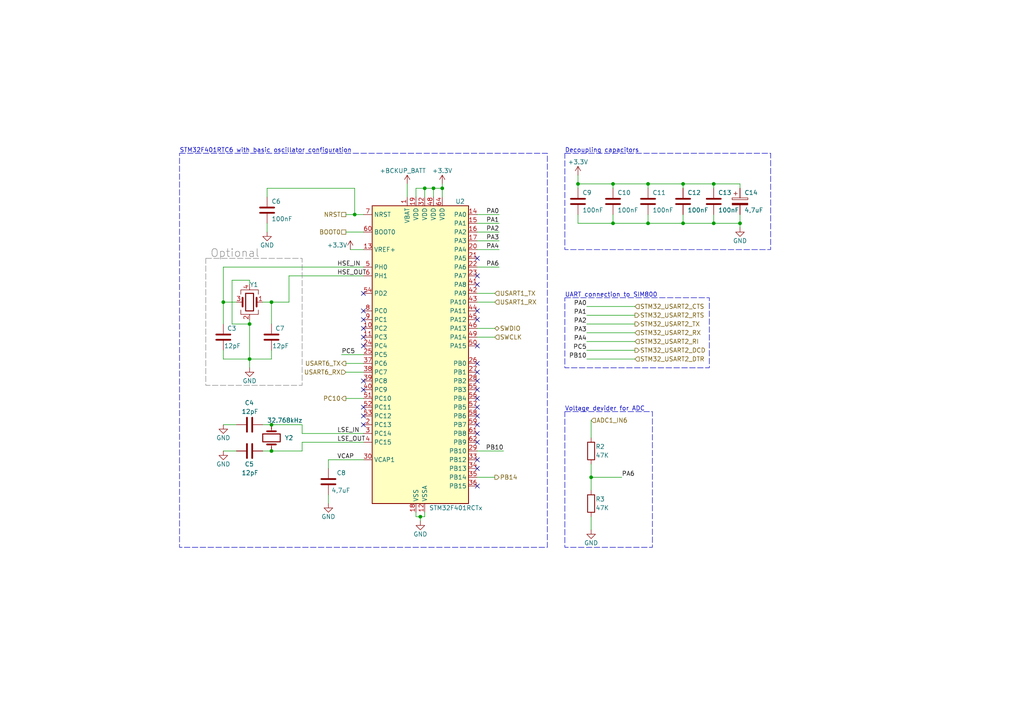
<source format=kicad_sch>
(kicad_sch (version 20231120) (generator "eeschema") (generator_version "8.0")
  (paper "A4")
  (title_block (title "TSTracker") (date "2023-11-01") (rev "1"))
  (lib_symbols
    (symbol "Device:C" (pin_numbers hide) (pin_names (offset 0.254))
      (property "Reference" "C" (at 0.635 2.54 0))
      (property "Value" "C" (at 0.635 -2.54 0))
      (symbol "C_0_1"
        (polyline (pts (xy -2.032 -0.762) (xy 2.032 -0.762)) (stroke (width 0.508)))
        (polyline (pts (xy -2.032 0.762) (xy 2.032 0.762)) (stroke (width 0.508)))
      )
      (symbol "C_1_1"
        (pin passive line (at 0 3.81 270) (length 2.794) (name "~") (number "1"))
        (pin passive line (at 0 -3.81 90) (length 2.794) (name "~") (number "2"))
      )
    )
    (symbol "Device:C_Polarized" (pin_numbers hide) (pin_names (offset 0.254))
      (property "Reference" "C" (at 0.635 2.54 0))
      (property "Value" "C_Polarized" (at 0.635 -2.54 0))
      (symbol "C_Polarized_0_1"
        (rectangle (start -2.286 0.508) (end 2.286 1.016))
        (polyline (pts (xy -1.778 2.286) (xy -0.762 2.286)))
        (polyline (pts (xy -1.27 2.794) (xy -1.27 1.778)))
        (rectangle (start 2.286 -0.508) (end -2.286 -1.016) (fill (type outline)))
      )
      (symbol "C_Polarized_1_1"
        (pin passive line (at 0 3.81 270) (length 2.794) (name "~") (number "1"))
        (pin passive line (at 0 -3.81 90) (length 2.794) (name "~") (number "2"))
      )
    )
    (symbol "Device:Crystal" (pin_numbers hide) (pin_names (offset 1.016) hide)
      (property "Reference" "Y" (at 0 3.81 0))
      (property "Value" "Crystal" (at 0 -3.81 0))
      (symbol "Crystal_0_1"
        (rectangle (start -1.143 2.54) (end 1.143 -2.54) (stroke (width 0.3048)))
        (polyline (pts (xy -2.54 0) (xy -1.905 0)))
        (polyline (pts (xy -1.905 -1.27) (xy -1.905 1.27)) (stroke (width 0.508)))
        (polyline (pts (xy 1.905 -1.27) (xy 1.905 1.27)) (stroke (width 0.508)))
        (polyline (pts (xy 2.54 0) (xy 1.905 0)))
      )
      (symbol "Crystal_1_1"
        (pin passive line (at -3.81 0 0) (length 1.27) (name "1") (number "1"))
        (pin passive line (at 3.81 0 180) (length 1.27) (name "2") (number "2"))
      )
    )
    (symbol "Device:Crystal_GND24" (pin_names (offset 1.016) hide)
      (property "Reference" "Y" (at 3.175 5.08 0))
      (property "Value" "Crystal_GND24" (at 3.175 3.175 0))
      (symbol "Crystal_GND24_0_1"
        (rectangle (start -1.143 2.54) (end 1.143 -2.54) (stroke (width 0.3048)))
        (polyline (pts (xy -2.54 0) (xy -2.032 0)))
        (polyline (pts (xy -2.032 -1.27) (xy -2.032 1.27)) (stroke (width 0.508)))
        (polyline (pts (xy 0 -3.81) (xy 0 -3.556)))
        (polyline (pts (xy 0 3.556) (xy 0 3.81)))
        (polyline (pts (xy 2.032 -1.27) (xy 2.032 1.27)) (stroke (width 0.508)))
        (polyline (pts (xy 2.032 0) (xy 2.54 0)))
        (polyline (pts (xy -2.54 -2.286) (xy -2.54 -3.556) (xy 2.54 -3.556) (xy 2.54 -2.286)))
        (polyline (pts (xy -2.54 2.286) (xy -2.54 3.556) (xy 2.54 3.556) (xy 2.54 2.286)))
      )
      (symbol "Crystal_GND24_1_1"
        (pin passive line (at -3.81 0 0) (length 1.27) (name "1") (number "1"))
        (pin passive line (at 0 5.08 270) (length 1.27) (name "2") (number "2"))
        (pin passive line (at 3.81 0 180) (length 1.27) (name "3") (number "3"))
        (pin passive line (at 0 -5.08 90) (length 1.27) (name "4") (number "4"))
      )
    )
    (symbol "Device:R" (pin_numbers hide) (pin_names (offset 0))
      (property "Reference" "R" (at 2.032 0 90))
      (property "Value" "R" (at 0 0 90))
      (symbol "R_0_1"
        (rectangle (start -1.016 -2.54) (end 1.016 2.54) (stroke (width 0.254)))
      )
      (symbol "R_1_1"
        (pin passive line (at 0 3.81 270) (length 1.27) (name "~") (number "1"))
        (pin passive line (at 0 -3.81 90) (length 1.27) (name "~") (number "2"))
      )
    )
    (symbol "MCU_ST_STM32F4:STM32F401RCTx"
      (property "Reference" "U" (at -12.7 44.45 0))
      (property "Value" "STM32F401RCTx" (at 10.16 44.45 0))
      (symbol "STM32F401RCTx_0_1"
        (rectangle (start -12.7 -43.18) (end 15.24 43.18) (stroke (width 0.254)) (fill (type background)))
      )
      (symbol "STM32F401RCTx_1_1"
        (pin power_in line (at -2.54 45.72 270) (length 2.54) (name "VBAT") (number "1"))
        (pin bidirectional line (at -15.24 7.62 0) (length 2.54) (name "PC2") (number "10"))
        (pin bidirectional line (at -15.24 5.08 0) (length 2.54) (name "PC3") (number "11"))
        (pin power_in line (at 2.54 -45.72 90) (length 2.54) (name "VSSA") (number "12"))
        (pin input line (at -15.24 30.48 0) (length 2.54) (name "VREF+") (number "13"))
        (pin bidirectional line (at 17.78 40.64 180) (length 2.54) (name "PA0") (number "14"))
        (pin bidirectional line (at 17.78 38.1 180) (length 2.54) (name "PA1") (number "15"))
        (pin bidirectional line (at 17.78 35.56 180) (length 2.54) (name "PA2") (number "16"))
        (pin bidirectional line (at 17.78 33.02 180) (length 2.54) (name "PA3") (number "17"))
        (pin power_in line (at 0 -45.72 90) (length 2.54) (name "VSS") (number "18"))
        (pin power_in line (at 0 45.72 270) (length 2.54) (name "VDD") (number "19"))
        (pin bidirectional line (at -15.24 -20.32 0) (length 2.54) (name "PC13") (number "2"))
        (pin bidirectional line (at 17.78 30.48 180) (length 2.54) (name "PA4") (number "20"))
        (pin bidirectional line (at 17.78 27.94 180) (length 2.54) (name "PA5") (number "21"))
        (pin bidirectional line (at 17.78 25.4 180) (length 2.54) (name "PA6") (number "22"))
        (pin bidirectional line (at 17.78 22.86 180) (length 2.54) (name "PA7") (number "23"))
        (pin bidirectional line (at -15.24 2.54 0) (length 2.54) (name "PC4") (number "24"))
        (pin bidirectional line (at -15.24 0 0) (length 2.54) (name "PC5") (number "25"))
        (pin bidirectional line (at 17.78 -2.54 180) (length 2.54) (name "PB0") (number "26"))
        (pin bidirectional line (at 17.78 -5.08 180) (length 2.54) (name "PB1") (number "27"))
        (pin bidirectional line (at 17.78 -7.62 180) (length 2.54) (name "PB2") (number "28"))
        (pin bidirectional line (at 17.78 -27.94 180) (length 2.54) (name "PB10") (number "29"))
        (pin bidirectional line (at -15.24 -22.86 0) (length 2.54) (name "PC14") (number "3"))
        (pin power_out line (at -15.24 -30.48 0) (length 2.54) (name "VCAP1") (number "30"))
        (pin passive line (at 0 -45.72 90) (length 2.54) hide (name "VSS") (number "31"))
        (pin power_in line (at 2.54 45.72 270) (length 2.54) (name "VDD") (number "32"))
        (pin bidirectional line (at 17.78 -30.48 180) (length 2.54) (name "PB12") (number "33"))
        (pin bidirectional line (at 17.78 -33.02 180) (length 2.54) (name "PB13") (number "34"))
        (pin bidirectional line (at 17.78 -35.56 180) (length 2.54) (name "PB14") (number "35"))
        (pin bidirectional line (at 17.78 -38.1 180) (length 2.54) (name "PB15") (number "36"))
        (pin bidirectional line (at -15.24 -2.54 0) (length 2.54) (name "PC6") (number "37"))
        (pin bidirectional line (at -15.24 -5.08 0) (length 2.54) (name "PC7") (number "38"))
        (pin bidirectional line (at -15.24 -7.62 0) (length 2.54) (name "PC8") (number "39"))
        (pin bidirectional line (at -15.24 -25.4 0) (length 2.54) (name "PC15") (number "4"))
        (pin bidirectional line (at -15.24 -10.16 0) (length 2.54) (name "PC9") (number "40"))
        (pin bidirectional line (at 17.78 20.32 180) (length 2.54) (name "PA8") (number "41"))
        (pin bidirectional line (at 17.78 17.78 180) (length 2.54) (name "PA9") (number "42"))
        (pin bidirectional line (at 17.78 15.24 180) (length 2.54) (name "PA10") (number "43"))
        (pin bidirectional line (at 17.78 12.7 180) (length 2.54) (name "PA11") (number "44"))
        (pin bidirectional line (at 17.78 10.16 180) (length 2.54) (name "PA12") (number "45"))
        (pin bidirectional line (at 17.78 7.62 180) (length 2.54) (name "PA13") (number "46"))
        (pin passive line (at 0 -45.72 90) (length 2.54) hide (name "VSS") (number "47"))
        (pin power_in line (at 5.08 45.72 270) (length 2.54) (name "VDD") (number "48"))
        (pin bidirectional line (at 17.78 5.08 180) (length 2.54) (name "PA14") (number "49"))
        (pin bidirectional line (at -15.24 25.4 0) (length 2.54) (name "PH0") (number "5"))
        (pin bidirectional line (at 17.78 2.54 180) (length 2.54) (name "PA15") (number "50"))
        (pin bidirectional line (at -15.24 -12.7 0) (length 2.54) (name "PC10") (number "51"))
        (pin bidirectional line (at -15.24 -15.24 0) (length 2.54) (name "PC11") (number "52"))
        (pin bidirectional line (at -15.24 -17.78 0) (length 2.54) (name "PC12") (number "53"))
        (pin bidirectional line (at -15.24 17.78 0) (length 2.54) (name "PD2") (number "54"))
        (pin bidirectional line (at 17.78 -10.16 180) (length 2.54) (name "PB3") (number "55"))
        (pin bidirectional line (at 17.78 -12.7 180) (length 2.54) (name "PB4") (number "56"))
        (pin bidirectional line (at 17.78 -15.24 180) (length 2.54) (name "PB5") (number "57"))
        (pin bidirectional line (at 17.78 -17.78 180) (length 2.54) (name "PB6") (number "58"))
        (pin bidirectional line (at 17.78 -20.32 180) (length 2.54) (name "PB7") (number "59"))
        (pin bidirectional line (at -15.24 22.86 0) (length 2.54) (name "PH1") (number "6"))
        (pin input line (at -15.24 35.56 0) (length 2.54) (name "BOOT0") (number "60"))
        (pin bidirectional line (at 17.78 -22.86 180) (length 2.54) (name "PB8") (number "61"))
        (pin bidirectional line (at 17.78 -25.4 180) (length 2.54) (name "PB9") (number "62"))
        (pin passive line (at 0 -45.72 90) (length 2.54) hide (name "VSS") (number "63"))
        (pin power_in line (at 7.62 45.72 270) (length 2.54) (name "VDD") (number "64"))
        (pin input line (at -15.24 40.64 0) (length 2.54) (name "NRST") (number "7"))
        (pin bidirectional line (at -15.24 12.7 0) (length 2.54) (name "PC0") (number "8"))
        (pin bidirectional line (at -15.24 10.16 0) (length 2.54) (name "PC1") (number "9"))
      )
    )
    (symbol "custom_power_symbols:+BCKUP_BATT" (power) (pin_names (offset 0))
      (property "Value" "+BCKUP_BATT" (at 0 3.556 0))
      (symbol "+BCKUP_BATT_0_1"
        (polyline (pts (xy -0.762 1.27) (xy 0 2.54)))
        (polyline (pts (xy 0 0) (xy 0 2.54)))
        (polyline (pts (xy 0 2.54) (xy 0.762 1.27)))
      )
      (symbol "+BCKUP_BATT_1_1"
        (pin power_in line (at 0 0 90) (length 0) hide (name "+BCKUP_BATT") (number "1"))
      )
    )
    (symbol "power:+3.3V" (power) (pin_names (offset 0))
      (property "Value" "+3.3V" (at 0 3.556 0))
      (symbol "+3.3V_0_1"
        (polyline (pts (xy -0.762 1.27) (xy 0 2.54)))
        (polyline (pts (xy 0 0) (xy 0 2.54)))
        (polyline (pts (xy 0 2.54) (xy 0.762 1.27)))
      )
      (symbol "+3.3V_1_1"
        (pin power_in line (at 0 0 90) (length 0) hide (name "+3.3V") (number "1"))
      )
    )
    (symbol "power:GND" (power) (pin_names (offset 0))
      (property "Value" "GND" (at 0 -3.81 0))
      (symbol "GND_0_1"
        (polyline (pts (xy 0 0) (xy 0 -1.27) (xy 1.27 -1.27) (xy 0 -2.54) (xy -1.27 -1.27) (xy 0 -1.27)))
      )
      (symbol "GND_1_1"
        (pin power_in line (at 0 0 270) (length 0) hide (name "GND") (number "1"))
      )
    )
  )
  (junction (at 78.74 87.63))
  (junction (at 171.45 138.43))
  (junction (at 128.27 54.61))
  (junction (at 78.74 123.19))
  (junction (at 187.96 53.34))
  (junction (at 177.8 64.77))
  (junction (at 102.87 62.23))
  (junction (at 78.74 130.81))
  (junction (at 177.8 53.34))
  (junction (at 167.64 53.34))
  (junction (at 198.12 53.34))
  (junction (at 64.77 87.63))
  (junction (at 214.63 64.77))
  (junction (at 187.96 64.77))
  (junction (at 207.01 53.34))
  (junction (at 72.39 104.14))
  (junction (at 123.19 54.61))
  (junction (at 121.92 149.86))
  (junction (at 207.01 64.77))
  (junction (at 125.73 54.61))
  (junction (at 198.12 64.77))
  (junction (at 72.39 93.98))
  (no_connect (at 105.41 110.49))
  (no_connect (at 138.43 100.33))
  (no_connect (at 138.43 115.57))
  (no_connect (at 105.41 120.65))
  (no_connect (at 105.41 123.19))
  (no_connect (at 105.41 85.09))
  (no_connect (at 138.43 113.03))
  (no_connect (at 138.43 92.71))
  (no_connect (at 138.43 135.89))
  (no_connect (at 138.43 125.73))
  (no_connect (at 105.41 113.03))
  (no_connect (at 138.43 120.65))
  (no_connect (at 105.41 92.71))
  (no_connect (at 105.41 100.33))
  (no_connect (at 138.43 133.35))
  (no_connect (at 138.43 107.95))
  (no_connect (at 138.43 80.01))
  (no_connect (at 138.43 74.93))
  (no_connect (at 138.43 105.41))
  (no_connect (at 105.41 95.25))
  (no_connect (at 138.43 128.27))
  (no_connect (at 138.43 118.11))
  (no_connect (at 138.43 90.17))
  (no_connect (at 138.43 110.49))
  (no_connect (at 105.41 90.17))
  (no_connect (at 105.41 97.79))
  (no_connect (at 138.43 140.97))
  (no_connect (at 138.43 82.55))
  (no_connect (at 105.41 118.11))
  (no_connect (at 138.43 123.19))
  (wire (pts (xy 76.2 130.81) (xy 78.74 130.81)))
  (wire (pts (xy 121.92 151.13) (xy 121.92 149.86)))
  (wire (pts (xy 100.33 67.31) (xy 105.41 67.31)))
  (wire (pts (xy 167.64 64.77) (xy 167.64 62.23)))
  (wire (pts (xy 64.77 130.81) (xy 68.58 130.81)))
  (wire (pts (xy 72.39 81.28) (xy 72.39 82.55)))
  (wire (pts (xy 207.01 62.23) (xy 207.01 64.77)))
  (wire (pts (xy 214.63 66.04) (xy 214.63 64.77)))
  (wire (pts (xy 207.01 53.34) (xy 214.63 53.34)))
  (wire (pts (xy 198.12 64.77) (xy 207.01 64.77)))
  (wire (pts (xy 170.18 93.98) (xy 184.15 93.98)))
  (wire (pts (xy 100.33 115.57) (xy 105.41 115.57)))
  (wire (pts (xy 187.96 53.34) (xy 198.12 53.34)))
  (wire (pts (xy 64.77 77.47) (xy 64.77 87.63)))
  (wire (pts (xy 64.77 77.47) (xy 105.41 77.47)))
  (wire (pts (xy 207.01 64.77) (xy 214.63 64.77)))
  (wire (pts (xy 118.11 53.34) (xy 118.11 57.15)))
  (wire (pts (xy 101.6 72.39) (xy 105.41 72.39)))
  (wire (pts (xy 72.39 93.98) (xy 72.39 92.71)))
  (wire (pts (xy 100.33 105.41) (xy 105.41 105.41)))
  (wire (pts (xy 78.74 104.14) (xy 72.39 104.14)))
  (wire (pts (xy 177.8 64.77) (xy 177.8 62.23)))
  (wire (pts (xy 171.45 121.92) (xy 171.45 127)))
  (wire (pts (xy 64.77 87.63) (xy 64.77 93.98)))
  (wire (pts (xy 187.96 62.23) (xy 187.96 64.77)))
  (wire (pts (xy 177.8 53.34) (xy 187.96 53.34)))
  (wire (pts (xy 64.77 123.19) (xy 68.58 123.19)))
  (wire (pts (xy 72.39 104.14) (xy 72.39 106.68)))
  (wire (pts (xy 87.63 125.73) (xy 105.41 125.73)))
  (wire (pts (xy 214.63 53.34) (xy 214.63 54.61)))
  (wire (pts (xy 78.74 130.81) (xy 87.63 130.81)))
  (wire (pts (xy 78.74 87.63) (xy 78.74 93.98)))
  (wire (pts (xy 198.12 53.34) (xy 207.01 53.34)))
  (wire (pts (xy 83.82 80.01) (xy 83.82 87.63)))
  (wire (pts (xy 64.77 87.63) (xy 68.58 87.63)))
  (wire (pts (xy 138.43 67.31) (xy 144.78 67.31)))
  (wire (pts (xy 123.19 54.61) (xy 125.73 54.61)))
  (wire (pts (xy 170.18 101.6) (xy 184.15 101.6)))
  (wire (pts (xy 102.87 62.23) (xy 105.41 62.23)))
  (wire (pts (xy 67.31 93.98) (xy 72.39 93.98)))
  (wire (pts (xy 120.65 148.59) (xy 120.65 149.86)))
  (wire (pts (xy 123.19 54.61) (xy 123.19 57.15)))
  (wire (pts (xy 78.74 87.63) (xy 76.2 87.63)))
  (wire (pts (xy 167.64 53.34) (xy 167.64 54.61)))
  (wire (pts (xy 171.45 138.43) (xy 180.34 138.43)))
  (wire (pts (xy 170.18 104.14) (xy 184.15 104.14)))
  (wire (pts (xy 138.43 95.25) (xy 143.51 95.25)))
  (wire (pts (xy 170.18 99.06) (xy 184.15 99.06)))
  (wire (pts (xy 214.63 62.23) (xy 214.63 64.77)))
  (wire (pts (xy 102.87 54.61) (xy 77.47 54.61)))
  (wire (pts (xy 138.43 138.43) (xy 143.51 138.43)))
  (wire (pts (xy 67.31 81.28) (xy 67.31 93.98)))
  (wire (pts (xy 171.45 134.62) (xy 171.45 138.43)))
  (wire (pts (xy 138.43 130.81) (xy 146.05 130.81)))
  (wire (pts (xy 78.74 101.6) (xy 78.74 104.14)))
  (wire (pts (xy 187.96 53.34) (xy 187.96 54.61)))
  (wire (pts (xy 78.74 87.63) (xy 83.82 87.63)))
  (wire (pts (xy 72.39 93.98) (xy 72.39 104.14)))
  (wire (pts (xy 95.25 135.89) (xy 95.25 133.35)))
  (wire (pts (xy 121.92 149.86) (xy 123.19 149.86)))
  (wire (pts (xy 72.39 104.14) (xy 64.77 104.14)))
  (wire (pts (xy 87.63 128.27) (xy 105.41 128.27)))
  (wire (pts (xy 87.63 123.19) (xy 78.74 123.19)))
  (wire (pts (xy 64.77 104.14) (xy 64.77 101.6)))
  (wire (pts (xy 125.73 54.61) (xy 128.27 54.61)))
  (wire (pts (xy 87.63 128.27) (xy 87.63 130.81)))
  (wire (pts (xy 77.47 64.77) (xy 77.47 67.31)))
  (wire (pts (xy 138.43 85.09) (xy 143.51 85.09)))
  (wire (pts (xy 170.18 96.52) (xy 184.15 96.52)))
  (wire (pts (xy 120.65 54.61) (xy 123.19 54.61)))
  (wire (pts (xy 100.33 107.95) (xy 105.41 107.95)))
  (wire (pts (xy 99.06 102.87) (xy 105.41 102.87)))
  (wire (pts (xy 138.43 62.23) (xy 144.78 62.23)))
  (wire (pts (xy 138.43 69.85) (xy 144.78 69.85)))
  (wire (pts (xy 187.96 64.77) (xy 198.12 64.77)))
  (wire (pts (xy 177.8 64.77) (xy 187.96 64.77)))
  (wire (pts (xy 167.64 64.77) (xy 177.8 64.77)))
  (wire (pts (xy 128.27 53.34) (xy 128.27 54.61)))
  (wire (pts (xy 102.87 62.23) (xy 102.87 54.61)))
  (wire (pts (xy 138.43 77.47) (xy 144.78 77.47)))
  (wire (pts (xy 170.18 88.9) (xy 184.15 88.9)))
  (wire (pts (xy 123.19 148.59) (xy 123.19 149.86)))
  (wire (pts (xy 77.47 54.61) (xy 77.47 57.15)))
  (wire (pts (xy 167.64 50.8) (xy 167.64 53.34)))
  (wire (pts (xy 120.65 54.61) (xy 120.65 57.15)))
  (wire (pts (xy 138.43 72.39) (xy 144.78 72.39)))
  (wire (pts (xy 83.82 80.01) (xy 105.41 80.01)))
  (wire (pts (xy 171.45 153.67) (xy 171.45 149.86)))
  (wire (pts (xy 138.43 97.79) (xy 143.51 97.79)))
  (wire (pts (xy 198.12 62.23) (xy 198.12 64.77)))
  (wire (pts (xy 177.8 53.34) (xy 177.8 54.61)))
  (wire (pts (xy 95.25 133.35) (xy 105.41 133.35)))
  (wire (pts (xy 171.45 138.43) (xy 171.45 142.24)))
  (wire (pts (xy 198.12 53.34) (xy 198.12 54.61)))
  (wire (pts (xy 128.27 54.61) (xy 128.27 57.15)))
  (wire (pts (xy 207.01 53.34) (xy 207.01 54.61)))
  (wire (pts (xy 87.63 125.73) (xy 87.63 123.19)))
  (wire (pts (xy 120.65 149.86) (xy 121.92 149.86)))
  (wire (pts (xy 125.73 54.61) (xy 125.73 57.15)))
  (wire (pts (xy 95.25 143.51) (xy 95.25 146.05)))
  (wire (pts (xy 170.18 91.44) (xy 184.15 91.44)))
  (wire (pts (xy 167.64 53.34) (xy 177.8 53.34)))
  (wire (pts (xy 138.43 87.63) (xy 143.51 87.63)))
  (wire (pts (xy 76.2 123.19) (xy 78.74 123.19)))
  (wire (pts (xy 72.39 81.28) (xy 67.31 81.28)))
  (wire (pts (xy 138.43 64.77) (xy 144.78 64.77)))
  (wire (pts (xy 100.33 62.23) (xy 102.87 62.23)))
  (rectangle (start 52.07 44.45) (end 158.75 158.75) (stroke (width 0) (type dash)))
  (rectangle (start 163.83 119.38) (end 189.23 158.75) (stroke (width 0) (type dash)))
  (rectangle (start 163.83 86.36) (end 205.74 106.68) (stroke (width 0) (type dash)))
  (rectangle (start 59.69 74.93) (end 87.63 111.76) (stroke (width 0) (type dash) (color 132 132 132 1)))
  (rectangle (start 163.83 44.45) (end 223.52 72.39) (stroke (width 0) (type dash)))
  (text "Optional" (at 60.96 74.93 0) (effects (font (size 2.27 2.27)) (justify left bottom)))
  (text "Decoupling capacitors" (at 163.83 44.45 0) (effects (font (size 1.27 1.27)) (justify left bottom)))
  (text "STM32F401RTC6 with basic oscillator configuration" (at 52.07 44.45 0) (effects (font (size 1.27 1.27)) (justify left bottom)))
  (text "UART connection to SIM800" (at 163.83 86.36 0) (effects (font (size 1.27 1.27)) (justify left bottom)))
  (text "Voltage devider for ADC" (at 163.83 119.38 0) (effects (font (size 1.27 1.27)) (justify left bottom)))
  (label "PC5" (at 99.06 102.87 0))
  (label "PB10" (at 146.05 130.81 180))
  (label "PA0" (at 144.78 62.23 180))
  (label "PA4" (at 144.78 72.39 180))
  (label "PA3" (at 170.18 96.52 180))
  (label "PA4" (at 170.18 99.06 180))
  (label "PA2" (at 170.18 93.98 180))
  (label "PA3" (at 144.78 69.85 180))
  (label "LSE_IN" (at 97.79 125.73 0))
  (label "LSE_OUT" (at 97.79 128.27 0))
  (label "VCAP" (at 97.79 133.35 0))
  (label "PB10" (at 170.18 104.14 180))
  (label "PC5" (at 170.18 101.6 180))
  (label "PA6" (at 144.78 77.47 180))
  (label "PA6" (at 180.34 138.43 0))
  (label "PA2" (at 144.78 67.31 180))
  (label "PA0" (at 170.18 88.9 180))
  (label "HSE_OUT" (at 97.79 80.01 0))
  (label "PA1" (at 170.18 91.44 180))
  (label "HSE_IN" (at 97.79 77.47 0))
  (label "PA1" (at 144.78 64.77 180))
  (hierarchical_label "STM32_USART2_RTS" (shape output) (at 184.15 91.44 0))
  (hierarchical_label "BOOT0" (shape passive) (at 100.33 67.31 180))
  (hierarchical_label "USART1_TX" (shape input) (at 143.51 85.09 0))
  (hierarchical_label "USART6_TX" (shape output) (at 100.33 105.41 180))
  (hierarchical_label "STM32_USART2_RX" (shape input) (at 184.15 96.52 0))
  (hierarchical_label "SWDIO" (shape bidirectional) (at 143.51 95.25 0))
  (hierarchical_label "STM32_USART2_TX" (shape output) (at 184.15 93.98 0))
  (hierarchical_label "STM32_USART2_CTS" (shape input) (at 184.15 88.9 0))
  (hierarchical_label "NRST" (shape passive) (at 100.33 62.23 180))
  (hierarchical_label "USART6_RX" (shape input) (at 100.33 107.95 180))
  (hierarchical_label "USART1_RX" (shape input) (at 143.51 87.63 0))
  (hierarchical_label "STM32_USART2_DTR" (shape input) (at 184.15 104.14 0))
  (hierarchical_label "STM32_USART2_RI" (shape input) (at 184.15 99.06 0))
  (hierarchical_label "SWCLK" (shape input) (at 143.51 97.79 0))
  (hierarchical_label "STM32_USART2_DCD" (shape output) (at 184.15 101.6 0))
  (hierarchical_label "ADC1_IN6" (shape input) (at 171.45 121.92 0))
  (hierarchical_label "PC10" (shape output) (at 100.33 115.57 180))
  (hierarchical_label "PB14" (shape output) (at 143.51 138.43 0))
  (symbol (lib_id "power:GND") (at 95.25 146.05 0) (unit 1)
    (property "Reference" "#PWR023" (effects (hide yes)))
    (property "Value" "GND" (at 95.25 149.86 0))
  )
  (symbol (lib_id "power:+3.3V") (at 128.27 53.34 0) (unit 1)
    (property "Reference" "#PWR027" (effects (hide yes)))
    (property "Value" "+3.3V" (at 128.27 49.53 0))
  )
  (symbol (lib_id "Device:C") (at 78.74 97.79 180) (unit 1)
    (property "Reference" "C7" (at 82.55 95.25 0) (effects (justify left)))
    (property "Value" "12pF" (at 83.82 100.33 0) (effects (justify left)))
    (property "Footprint" "Capacitor_SMD:C_0603_1608Metric" (effects (hide yes)))
  )
  (symbol (lib_id "Device:C") (at 95.25 139.7 180) (unit 1)
    (property "Reference" "C8" (at 100.33 137.16 0) (effects (justify left)))
    (property "Value" "4,7uF" (at 101.6 142.24 0) (effects (justify left)))
    (property "Footprint" "Capacitor_SMD:C_0603_1608Metric" (effects (hide yes)))
  )
  (symbol (lib_id "Device:C") (at 198.12 58.42 0) (unit 1)
    (property "Reference" "C12" (at 199.39 55.88 0) (effects (justify left)))
    (property "Value" "100nF" (at 199.39 60.96 0) (effects (justify left)))
    (property "Footprint" "Capacitor_SMD:C_0805_2012Metric" (effects (hide yes)))
  )
  (symbol (lib_id "Device:R") (at 171.45 146.05 0) (unit 1)
    (property "Reference" "R3" (at 172.72 144.78 0) (effects (justify left)))
    (property "Value" "47K" (at 172.72 147.32 0) (effects (justify left)))
    (property "Footprint" "Resistor_SMD:R_0603_1608Metric" (effects (hide yes)))
  )
  (symbol (lib_id "power:GND") (at 72.39 106.68 0) (unit 1)
    (property "Reference" "#PWR021" (effects (hide yes)))
    (property "Value" "GND" (at 72.39 110.49 0))
  )
  (symbol (lib_id "power:GND") (at 121.92 151.13 0) (unit 1)
    (property "Reference" "#PWR026" (effects (hide yes)))
    (property "Value" "GND" (at 121.92 154.94 0))
  )
  (symbol (lib_id "Device:C") (at 72.39 123.19 90) (unit 1)
    (property "Reference" "C4" (at 73.66 116.84 90) (effects (justify left)))
    (property "Value" "12pF" (at 74.93 119.38 90) (effects (justify left)))
    (property "Footprint" "Capacitor_SMD:C_0603_1608Metric" (effects (hide yes)))
  )
  (symbol (lib_id "power:GND") (at 171.45 153.67 0) (unit 1)
    (property "Reference" "#PWR030" (effects (hide yes)))
    (property "Value" "GND" (at 171.45 157.48 0))
  )
  (symbol (lib_id "custom_power_symbols:+BCKUP_BATT") (at 118.11 53.34 0) (unit 1)
    (property "Reference" "#PWR025" (effects (hide yes)))
    (property "Value" "+BCKUP_BATT" (at 116.84 49.53 0))
  )
  (symbol (lib_id "Device:C") (at 167.64 58.42 0) (unit 1)
    (property "Reference" "C9" (at 168.91 55.88 0) (effects (justify left)))
    (property "Value" "100nF" (at 168.91 60.96 0) (effects (justify left)))
    (property "Footprint" "Capacitor_SMD:C_0805_2012Metric" (effects (hide yes)))
  )
  (symbol (lib_id "Device:R") (at 171.45 130.81 0) (unit 1)
    (property "Reference" "R2" (at 172.72 129.54 0) (effects (justify left)))
    (property "Value" "47K" (at 172.72 132.08 0) (effects (justify left)))
    (property "Footprint" "Resistor_SMD:R_0603_1608Metric" (effects (hide yes)))
  )
  (symbol (lib_id "Device:C_Polarized") (at 214.63 58.42 0) (unit 1)
    (property "Reference" "C14" (at 215.9 55.88 0) (effects (justify left)))
    (property "Value" "4,7uF" (at 215.9 60.96 0) (effects (justify left)))
    (property "Footprint" "Capacitor_Tantalum_SMD:CP_EIA-3216-18_Kemet-A" (effects (hide yes)))
  )
  (symbol (lib_id "power:GND") (at 64.77 130.81 0) (unit 1)
    (property "Reference" "#PWR020" (effects (hide yes)))
    (property "Value" "GND" (at 64.77 134.62 0))
  )
  (symbol (lib_id "Device:C") (at 77.47 60.96 0) (unit 1)
    (property "Reference" "C6" (at 78.74 58.42 0) (effects (justify left)))
    (property "Value" "100nF" (at 78.74 63.5 0) (effects (justify left)))
    (property "Footprint" "Capacitor_SMD:C_0805_2012Metric" (effects (hide yes)))
  )
  (symbol (lib_id "power:GND") (at 64.77 123.19 0) (unit 1)
    (property "Reference" "#PWR019" (effects (hide yes)))
    (property "Value" "GND" (at 64.77 127 0))
  )
  (symbol (lib_id "Device:C") (at 177.8 58.42 0) (unit 1)
    (property "Reference" "C10" (at 179.07 55.88 0) (effects (justify left)))
    (property "Value" "100nF" (at 179.07 60.96 0) (effects (justify left)))
    (property "Footprint" "Capacitor_SMD:C_0805_2012Metric" (effects (hide yes)))
  )
  (symbol (lib_id "Device:Crystal_GND24") (at 72.39 87.63 180) (unit 1)
    (property "Reference" "Y1" (at 73.66 82.55 0))
    (property "Value" "Crystal_GND24" (effects (hide yes)))
    (property "Footprint" "Crystal:Crystal_SMD_3225-4Pin_3.2x2.5mm" (effects (hide yes)))
  )
  (symbol (lib_id "Device:C") (at 72.39 130.81 90) (unit 1)
    (property "Reference" "C5" (at 73.66 134.62 90) (effects (justify left)))
    (property "Value" "12pF" (at 74.93 137.16 90) (effects (justify left)))
    (property "Footprint" "Capacitor_SMD:C_0603_1608Metric" (effects (hide yes)))
  )
  (symbol (lib_id "Device:Crystal") (at 78.74 127 270) (unit 1)
    (property "Reference" "Y2" (at 82.55 127 90) (effects (justify left)))
    (property "Value" "32.768kHz" (at 77.47 121.92 90) (effects (justify left)))
    (property "Footprint" "Crystal:Crystal_SMD_3215-2Pin_3.2x1.5mm" (effects (hide yes)))
  )
  (symbol (lib_id "Device:C") (at 187.96 58.42 0) (unit 1)
    (property "Reference" "C11" (at 189.23 55.88 0) (effects (justify left)))
    (property "Value" "100nF" (at 189.23 60.96 0) (effects (justify left)))
    (property "Footprint" "Capacitor_SMD:C_0805_2012Metric" (effects (hide yes)))
  )
  (symbol (lib_id "MCU_ST_STM32F4:STM32F401RCTx") (at 120.65 102.87 0) (unit 1)
    (property "Reference" "U2" (at 132.08 58.42 0) (effects (justify left)))
    (property "Value" "STM32F401RCTx" (at 124.46 147.32 0) (effects (justify left)))
    (property "Footprint" "Package_QFP:LQFP-64_10x10mm_P0.5mm" (effects (hide yes)))
    (property "Datasheet" "https://www.st.com/resource/en/datasheet/stm32f401rc.pdf" (effects (hide yes)))
  )
  (symbol (lib_id "power:+3.3V") (at 101.6 72.39 0) (unit 1)
    (property "Reference" "#PWR024" (effects (hide yes)))
    (property "Value" "+3.3V" (at 97.79 71.12 0))
  )
  (symbol (lib_id "Device:C") (at 64.77 97.79 180) (unit 1)
    (property "Reference" "C3" (at 68.58 95.25 0) (effects (justify left)))
    (property "Value" "12pF" (at 69.85 100.33 0) (effects (justify left)))
    (property "Footprint" "Capacitor_SMD:C_0603_1608Metric" (effects (hide yes)))
  )
  (symbol (lib_id "power:+3.3V") (at 167.64 50.8 0) (unit 1)
    (property "Reference" "#PWR028" (effects (hide yes)))
    (property "Value" "+3.3V" (at 167.64 46.99 0))
  )
  (symbol (lib_id "power:GND") (at 77.47 67.31 0) (unit 1)
    (property "Reference" "#PWR022" (effects (hide yes)))
    (property "Value" "GND" (at 77.47 71.12 0))
  )
  (symbol (lib_id "power:GND") (at 214.63 66.04 0) (unit 1)
    (property "Reference" "#PWR029" (effects (hide yes)))
    (property "Value" "GND" (at 214.63 69.85 0))
  )
  (symbol (lib_id "Device:C") (at 207.01 58.42 0) (unit 1)
    (property "Reference" "C13" (at 208.28 55.88 0) (effects (justify left)))
    (property "Value" "100nF" (at 208.28 60.96 0) (effects (justify left)))
    (property "Footprint" "Capacitor_SMD:C_0805_2012Metric" (effects (hide yes)))
  )
)
</source>
